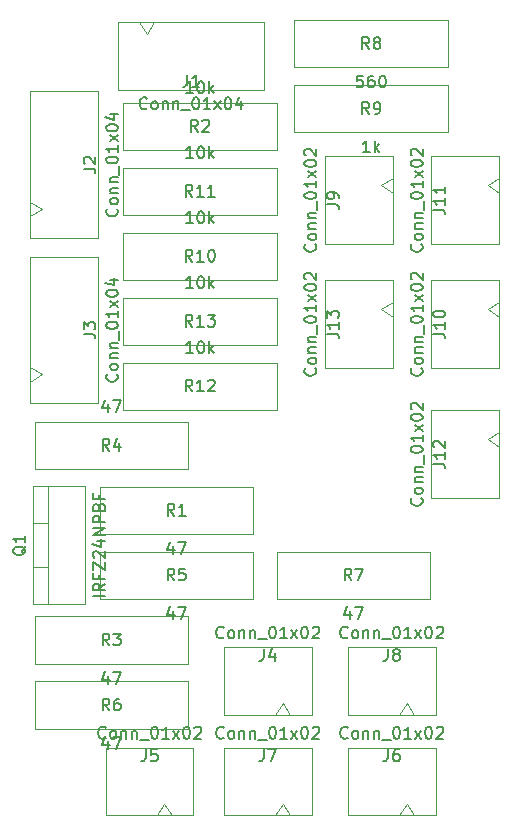
<source format=gbr>
%TF.GenerationSoftware,KiCad,Pcbnew,(6.0.7)*%
%TF.CreationDate,2022-08-05T13:32:27+01:00*%
%TF.ProjectId,ir_sensor,69725f73-656e-4736-9f72-2e6b69636164,rev?*%
%TF.SameCoordinates,Original*%
%TF.FileFunction,AssemblyDrawing,Top*%
%FSLAX46Y46*%
G04 Gerber Fmt 4.6, Leading zero omitted, Abs format (unit mm)*
G04 Created by KiCad (PCBNEW (6.0.7)) date 2022-08-05 13:32:27*
%MOMM*%
%LPD*%
G01*
G04 APERTURE LIST*
%ADD10C,0.150000*%
%ADD11C,0.100000*%
G04 APERTURE END LIST*
D10*
%TO.C,Q1*%
X90452380Y-76269523D02*
X89452380Y-76269523D01*
X90452380Y-75221904D02*
X89976190Y-75555238D01*
X90452380Y-75793333D02*
X89452380Y-75793333D01*
X89452380Y-75412380D01*
X89500000Y-75317142D01*
X89547619Y-75269523D01*
X89642857Y-75221904D01*
X89785714Y-75221904D01*
X89880952Y-75269523D01*
X89928571Y-75317142D01*
X89976190Y-75412380D01*
X89976190Y-75793333D01*
X89928571Y-74460000D02*
X89928571Y-74793333D01*
X90452380Y-74793333D02*
X89452380Y-74793333D01*
X89452380Y-74317142D01*
X89452380Y-74031428D02*
X89452380Y-73364761D01*
X90452380Y-74031428D01*
X90452380Y-73364761D01*
X89547619Y-73031428D02*
X89500000Y-72983809D01*
X89452380Y-72888571D01*
X89452380Y-72650476D01*
X89500000Y-72555238D01*
X89547619Y-72507619D01*
X89642857Y-72460000D01*
X89738095Y-72460000D01*
X89880952Y-72507619D01*
X90452380Y-73079047D01*
X90452380Y-72460000D01*
X89785714Y-71602857D02*
X90452380Y-71602857D01*
X89404761Y-71840952D02*
X90119047Y-72079047D01*
X90119047Y-71460000D01*
X90452380Y-71079047D02*
X89452380Y-71079047D01*
X90452380Y-70507619D01*
X89452380Y-70507619D01*
X90452380Y-70031428D02*
X89452380Y-70031428D01*
X89452380Y-69650476D01*
X89500000Y-69555238D01*
X89547619Y-69507619D01*
X89642857Y-69460000D01*
X89785714Y-69460000D01*
X89880952Y-69507619D01*
X89928571Y-69555238D01*
X89976190Y-69650476D01*
X89976190Y-70031428D01*
X89928571Y-68698095D02*
X89976190Y-68555238D01*
X90023809Y-68507619D01*
X90119047Y-68460000D01*
X90261904Y-68460000D01*
X90357142Y-68507619D01*
X90404761Y-68555238D01*
X90452380Y-68650476D01*
X90452380Y-69031428D01*
X89452380Y-69031428D01*
X89452380Y-68698095D01*
X89500000Y-68602857D01*
X89547619Y-68555238D01*
X89642857Y-68507619D01*
X89738095Y-68507619D01*
X89833333Y-68555238D01*
X89880952Y-68602857D01*
X89928571Y-68698095D01*
X89928571Y-69031428D01*
X89928571Y-67698095D02*
X89928571Y-68031428D01*
X90452380Y-68031428D02*
X89452380Y-68031428D01*
X89452380Y-67555238D01*
X83777619Y-72055238D02*
X83730000Y-72150476D01*
X83634761Y-72245714D01*
X83491904Y-72388571D01*
X83444285Y-72483809D01*
X83444285Y-72579047D01*
X83682380Y-72531428D02*
X83634761Y-72626666D01*
X83539523Y-72721904D01*
X83349047Y-72769523D01*
X83015714Y-72769523D01*
X82825238Y-72721904D01*
X82730000Y-72626666D01*
X82682380Y-72531428D01*
X82682380Y-72340952D01*
X82730000Y-72245714D01*
X82825238Y-72150476D01*
X83015714Y-72102857D01*
X83349047Y-72102857D01*
X83539523Y-72150476D01*
X83634761Y-72245714D01*
X83682380Y-72340952D01*
X83682380Y-72531428D01*
X83682380Y-71150476D02*
X83682380Y-71721904D01*
X83682380Y-71436190D02*
X82682380Y-71436190D01*
X82825238Y-71531428D01*
X82920476Y-71626666D01*
X82968095Y-71721904D01*
%TO.C,R13*%
X97904761Y-50202380D02*
X97333333Y-50202380D01*
X97619047Y-50202380D02*
X97619047Y-49202380D01*
X97523809Y-49345238D01*
X97428571Y-49440476D01*
X97333333Y-49488095D01*
X98523809Y-49202380D02*
X98619047Y-49202380D01*
X98714285Y-49250000D01*
X98761904Y-49297619D01*
X98809523Y-49392857D01*
X98857142Y-49583333D01*
X98857142Y-49821428D01*
X98809523Y-50011904D01*
X98761904Y-50107142D01*
X98714285Y-50154761D01*
X98619047Y-50202380D01*
X98523809Y-50202380D01*
X98428571Y-50154761D01*
X98380952Y-50107142D01*
X98333333Y-50011904D01*
X98285714Y-49821428D01*
X98285714Y-49583333D01*
X98333333Y-49392857D01*
X98380952Y-49297619D01*
X98428571Y-49250000D01*
X98523809Y-49202380D01*
X99285714Y-50202380D02*
X99285714Y-49202380D01*
X99380952Y-49821428D02*
X99666666Y-50202380D01*
X99666666Y-49535714D02*
X99285714Y-49916666D01*
X97857142Y-53452380D02*
X97523809Y-52976190D01*
X97285714Y-53452380D02*
X97285714Y-52452380D01*
X97666666Y-52452380D01*
X97761904Y-52500000D01*
X97809523Y-52547619D01*
X97857142Y-52642857D01*
X97857142Y-52785714D01*
X97809523Y-52880952D01*
X97761904Y-52928571D01*
X97666666Y-52976190D01*
X97285714Y-52976190D01*
X98809523Y-53452380D02*
X98238095Y-53452380D01*
X98523809Y-53452380D02*
X98523809Y-52452380D01*
X98428571Y-52595238D01*
X98333333Y-52690476D01*
X98238095Y-52738095D01*
X99142857Y-52452380D02*
X99761904Y-52452380D01*
X99428571Y-52833333D01*
X99571428Y-52833333D01*
X99666666Y-52880952D01*
X99714285Y-52928571D01*
X99761904Y-53023809D01*
X99761904Y-53261904D01*
X99714285Y-53357142D01*
X99666666Y-53404761D01*
X99571428Y-53452380D01*
X99285714Y-53452380D01*
X99190476Y-53404761D01*
X99142857Y-53357142D01*
%TO.C,R12*%
X97904761Y-55702380D02*
X97333333Y-55702380D01*
X97619047Y-55702380D02*
X97619047Y-54702380D01*
X97523809Y-54845238D01*
X97428571Y-54940476D01*
X97333333Y-54988095D01*
X98523809Y-54702380D02*
X98619047Y-54702380D01*
X98714285Y-54750000D01*
X98761904Y-54797619D01*
X98809523Y-54892857D01*
X98857142Y-55083333D01*
X98857142Y-55321428D01*
X98809523Y-55511904D01*
X98761904Y-55607142D01*
X98714285Y-55654761D01*
X98619047Y-55702380D01*
X98523809Y-55702380D01*
X98428571Y-55654761D01*
X98380952Y-55607142D01*
X98333333Y-55511904D01*
X98285714Y-55321428D01*
X98285714Y-55083333D01*
X98333333Y-54892857D01*
X98380952Y-54797619D01*
X98428571Y-54750000D01*
X98523809Y-54702380D01*
X99285714Y-55702380D02*
X99285714Y-54702380D01*
X99380952Y-55321428D02*
X99666666Y-55702380D01*
X99666666Y-55035714D02*
X99285714Y-55416666D01*
X97857142Y-58952380D02*
X97523809Y-58476190D01*
X97285714Y-58952380D02*
X97285714Y-57952380D01*
X97666666Y-57952380D01*
X97761904Y-58000000D01*
X97809523Y-58047619D01*
X97857142Y-58142857D01*
X97857142Y-58285714D01*
X97809523Y-58380952D01*
X97761904Y-58428571D01*
X97666666Y-58476190D01*
X97285714Y-58476190D01*
X98809523Y-58952380D02*
X98238095Y-58952380D01*
X98523809Y-58952380D02*
X98523809Y-57952380D01*
X98428571Y-58095238D01*
X98333333Y-58190476D01*
X98238095Y-58238095D01*
X99190476Y-58047619D02*
X99238095Y-58000000D01*
X99333333Y-57952380D01*
X99571428Y-57952380D01*
X99666666Y-58000000D01*
X99714285Y-58047619D01*
X99761904Y-58142857D01*
X99761904Y-58238095D01*
X99714285Y-58380952D01*
X99142857Y-58952380D01*
X99761904Y-58952380D01*
%TO.C,R11*%
X97904761Y-39202380D02*
X97333333Y-39202380D01*
X97619047Y-39202380D02*
X97619047Y-38202380D01*
X97523809Y-38345238D01*
X97428571Y-38440476D01*
X97333333Y-38488095D01*
X98523809Y-38202380D02*
X98619047Y-38202380D01*
X98714285Y-38250000D01*
X98761904Y-38297619D01*
X98809523Y-38392857D01*
X98857142Y-38583333D01*
X98857142Y-38821428D01*
X98809523Y-39011904D01*
X98761904Y-39107142D01*
X98714285Y-39154761D01*
X98619047Y-39202380D01*
X98523809Y-39202380D01*
X98428571Y-39154761D01*
X98380952Y-39107142D01*
X98333333Y-39011904D01*
X98285714Y-38821428D01*
X98285714Y-38583333D01*
X98333333Y-38392857D01*
X98380952Y-38297619D01*
X98428571Y-38250000D01*
X98523809Y-38202380D01*
X99285714Y-39202380D02*
X99285714Y-38202380D01*
X99380952Y-38821428D02*
X99666666Y-39202380D01*
X99666666Y-38535714D02*
X99285714Y-38916666D01*
X97857142Y-42452380D02*
X97523809Y-41976190D01*
X97285714Y-42452380D02*
X97285714Y-41452380D01*
X97666666Y-41452380D01*
X97761904Y-41500000D01*
X97809523Y-41547619D01*
X97857142Y-41642857D01*
X97857142Y-41785714D01*
X97809523Y-41880952D01*
X97761904Y-41928571D01*
X97666666Y-41976190D01*
X97285714Y-41976190D01*
X98809523Y-42452380D02*
X98238095Y-42452380D01*
X98523809Y-42452380D02*
X98523809Y-41452380D01*
X98428571Y-41595238D01*
X98333333Y-41690476D01*
X98238095Y-41738095D01*
X99761904Y-42452380D02*
X99190476Y-42452380D01*
X99476190Y-42452380D02*
X99476190Y-41452380D01*
X99380952Y-41595238D01*
X99285714Y-41690476D01*
X99190476Y-41738095D01*
%TO.C,R10*%
X97904761Y-44702380D02*
X97333333Y-44702380D01*
X97619047Y-44702380D02*
X97619047Y-43702380D01*
X97523809Y-43845238D01*
X97428571Y-43940476D01*
X97333333Y-43988095D01*
X98523809Y-43702380D02*
X98619047Y-43702380D01*
X98714285Y-43750000D01*
X98761904Y-43797619D01*
X98809523Y-43892857D01*
X98857142Y-44083333D01*
X98857142Y-44321428D01*
X98809523Y-44511904D01*
X98761904Y-44607142D01*
X98714285Y-44654761D01*
X98619047Y-44702380D01*
X98523809Y-44702380D01*
X98428571Y-44654761D01*
X98380952Y-44607142D01*
X98333333Y-44511904D01*
X98285714Y-44321428D01*
X98285714Y-44083333D01*
X98333333Y-43892857D01*
X98380952Y-43797619D01*
X98428571Y-43750000D01*
X98523809Y-43702380D01*
X99285714Y-44702380D02*
X99285714Y-43702380D01*
X99380952Y-44321428D02*
X99666666Y-44702380D01*
X99666666Y-44035714D02*
X99285714Y-44416666D01*
X97857142Y-47952380D02*
X97523809Y-47476190D01*
X97285714Y-47952380D02*
X97285714Y-46952380D01*
X97666666Y-46952380D01*
X97761904Y-47000000D01*
X97809523Y-47047619D01*
X97857142Y-47142857D01*
X97857142Y-47285714D01*
X97809523Y-47380952D01*
X97761904Y-47428571D01*
X97666666Y-47476190D01*
X97285714Y-47476190D01*
X98809523Y-47952380D02*
X98238095Y-47952380D01*
X98523809Y-47952380D02*
X98523809Y-46952380D01*
X98428571Y-47095238D01*
X98333333Y-47190476D01*
X98238095Y-47238095D01*
X99428571Y-46952380D02*
X99523809Y-46952380D01*
X99619047Y-47000000D01*
X99666666Y-47047619D01*
X99714285Y-47142857D01*
X99761904Y-47333333D01*
X99761904Y-47571428D01*
X99714285Y-47761904D01*
X99666666Y-47857142D01*
X99619047Y-47904761D01*
X99523809Y-47952380D01*
X99428571Y-47952380D01*
X99333333Y-47904761D01*
X99285714Y-47857142D01*
X99238095Y-47761904D01*
X99190476Y-47571428D01*
X99190476Y-47333333D01*
X99238095Y-47142857D01*
X99285714Y-47047619D01*
X99333333Y-47000000D01*
X99428571Y-46952380D01*
%TO.C,R9*%
X112880952Y-38702380D02*
X112309523Y-38702380D01*
X112595238Y-38702380D02*
X112595238Y-37702380D01*
X112500000Y-37845238D01*
X112404761Y-37940476D01*
X112309523Y-37988095D01*
X113309523Y-38702380D02*
X113309523Y-37702380D01*
X113404761Y-38321428D02*
X113690476Y-38702380D01*
X113690476Y-38035714D02*
X113309523Y-38416666D01*
X112833333Y-35452380D02*
X112500000Y-34976190D01*
X112261904Y-35452380D02*
X112261904Y-34452380D01*
X112642857Y-34452380D01*
X112738095Y-34500000D01*
X112785714Y-34547619D01*
X112833333Y-34642857D01*
X112833333Y-34785714D01*
X112785714Y-34880952D01*
X112738095Y-34928571D01*
X112642857Y-34976190D01*
X112261904Y-34976190D01*
X113309523Y-35452380D02*
X113500000Y-35452380D01*
X113595238Y-35404761D01*
X113642857Y-35357142D01*
X113738095Y-35214285D01*
X113785714Y-35023809D01*
X113785714Y-34642857D01*
X113738095Y-34547619D01*
X113690476Y-34500000D01*
X113595238Y-34452380D01*
X113404761Y-34452380D01*
X113309523Y-34500000D01*
X113261904Y-34547619D01*
X113214285Y-34642857D01*
X113214285Y-34880952D01*
X113261904Y-34976190D01*
X113309523Y-35023809D01*
X113404761Y-35071428D01*
X113595238Y-35071428D01*
X113690476Y-35023809D01*
X113738095Y-34976190D01*
X113785714Y-34880952D01*
%TO.C,R8*%
X112285714Y-32202380D02*
X111809523Y-32202380D01*
X111761904Y-32678571D01*
X111809523Y-32630952D01*
X111904761Y-32583333D01*
X112142857Y-32583333D01*
X112238095Y-32630952D01*
X112285714Y-32678571D01*
X112333333Y-32773809D01*
X112333333Y-33011904D01*
X112285714Y-33107142D01*
X112238095Y-33154761D01*
X112142857Y-33202380D01*
X111904761Y-33202380D01*
X111809523Y-33154761D01*
X111761904Y-33107142D01*
X113190476Y-32202380D02*
X113000000Y-32202380D01*
X112904761Y-32250000D01*
X112857142Y-32297619D01*
X112761904Y-32440476D01*
X112714285Y-32630952D01*
X112714285Y-33011904D01*
X112761904Y-33107142D01*
X112809523Y-33154761D01*
X112904761Y-33202380D01*
X113095238Y-33202380D01*
X113190476Y-33154761D01*
X113238095Y-33107142D01*
X113285714Y-33011904D01*
X113285714Y-32773809D01*
X113238095Y-32678571D01*
X113190476Y-32630952D01*
X113095238Y-32583333D01*
X112904761Y-32583333D01*
X112809523Y-32630952D01*
X112761904Y-32678571D01*
X112714285Y-32773809D01*
X113904761Y-32202380D02*
X114000000Y-32202380D01*
X114095238Y-32250000D01*
X114142857Y-32297619D01*
X114190476Y-32392857D01*
X114238095Y-32583333D01*
X114238095Y-32821428D01*
X114190476Y-33011904D01*
X114142857Y-33107142D01*
X114095238Y-33154761D01*
X114000000Y-33202380D01*
X113904761Y-33202380D01*
X113809523Y-33154761D01*
X113761904Y-33107142D01*
X113714285Y-33011904D01*
X113666666Y-32821428D01*
X113666666Y-32583333D01*
X113714285Y-32392857D01*
X113761904Y-32297619D01*
X113809523Y-32250000D01*
X113904761Y-32202380D01*
X112833333Y-29952380D02*
X112500000Y-29476190D01*
X112261904Y-29952380D02*
X112261904Y-28952380D01*
X112642857Y-28952380D01*
X112738095Y-29000000D01*
X112785714Y-29047619D01*
X112833333Y-29142857D01*
X112833333Y-29285714D01*
X112785714Y-29380952D01*
X112738095Y-29428571D01*
X112642857Y-29476190D01*
X112261904Y-29476190D01*
X113404761Y-29380952D02*
X113309523Y-29333333D01*
X113261904Y-29285714D01*
X113214285Y-29190476D01*
X113214285Y-29142857D01*
X113261904Y-29047619D01*
X113309523Y-29000000D01*
X113404761Y-28952380D01*
X113595238Y-28952380D01*
X113690476Y-29000000D01*
X113738095Y-29047619D01*
X113785714Y-29142857D01*
X113785714Y-29190476D01*
X113738095Y-29285714D01*
X113690476Y-29333333D01*
X113595238Y-29380952D01*
X113404761Y-29380952D01*
X113309523Y-29428571D01*
X113261904Y-29476190D01*
X113214285Y-29571428D01*
X113214285Y-29761904D01*
X113261904Y-29857142D01*
X113309523Y-29904761D01*
X113404761Y-29952380D01*
X113595238Y-29952380D01*
X113690476Y-29904761D01*
X113738095Y-29857142D01*
X113785714Y-29761904D01*
X113785714Y-29571428D01*
X113738095Y-29476190D01*
X113690476Y-29428571D01*
X113595238Y-29380952D01*
%TO.C,R7*%
X111214285Y-77535714D02*
X111214285Y-78202380D01*
X110976190Y-77154761D02*
X110738095Y-77869047D01*
X111357142Y-77869047D01*
X111642857Y-77202380D02*
X112309523Y-77202380D01*
X111880952Y-78202380D01*
X111333333Y-74952380D02*
X111000000Y-74476190D01*
X110761904Y-74952380D02*
X110761904Y-73952380D01*
X111142857Y-73952380D01*
X111238095Y-74000000D01*
X111285714Y-74047619D01*
X111333333Y-74142857D01*
X111333333Y-74285714D01*
X111285714Y-74380952D01*
X111238095Y-74428571D01*
X111142857Y-74476190D01*
X110761904Y-74476190D01*
X111666666Y-73952380D02*
X112333333Y-73952380D01*
X111904761Y-74952380D01*
%TO.C,R6*%
X90714285Y-88535714D02*
X90714285Y-89202380D01*
X90476190Y-88154761D02*
X90238095Y-88869047D01*
X90857142Y-88869047D01*
X91142857Y-88202380D02*
X91809523Y-88202380D01*
X91380952Y-89202380D01*
X90833333Y-85952380D02*
X90500000Y-85476190D01*
X90261904Y-85952380D02*
X90261904Y-84952380D01*
X90642857Y-84952380D01*
X90738095Y-85000000D01*
X90785714Y-85047619D01*
X90833333Y-85142857D01*
X90833333Y-85285714D01*
X90785714Y-85380952D01*
X90738095Y-85428571D01*
X90642857Y-85476190D01*
X90261904Y-85476190D01*
X91690476Y-84952380D02*
X91500000Y-84952380D01*
X91404761Y-85000000D01*
X91357142Y-85047619D01*
X91261904Y-85190476D01*
X91214285Y-85380952D01*
X91214285Y-85761904D01*
X91261904Y-85857142D01*
X91309523Y-85904761D01*
X91404761Y-85952380D01*
X91595238Y-85952380D01*
X91690476Y-85904761D01*
X91738095Y-85857142D01*
X91785714Y-85761904D01*
X91785714Y-85523809D01*
X91738095Y-85428571D01*
X91690476Y-85380952D01*
X91595238Y-85333333D01*
X91404761Y-85333333D01*
X91309523Y-85380952D01*
X91261904Y-85428571D01*
X91214285Y-85523809D01*
%TO.C,R5*%
X96214285Y-77535714D02*
X96214285Y-78202380D01*
X95976190Y-77154761D02*
X95738095Y-77869047D01*
X96357142Y-77869047D01*
X96642857Y-77202380D02*
X97309523Y-77202380D01*
X96880952Y-78202380D01*
X96333333Y-74952380D02*
X96000000Y-74476190D01*
X95761904Y-74952380D02*
X95761904Y-73952380D01*
X96142857Y-73952380D01*
X96238095Y-74000000D01*
X96285714Y-74047619D01*
X96333333Y-74142857D01*
X96333333Y-74285714D01*
X96285714Y-74380952D01*
X96238095Y-74428571D01*
X96142857Y-74476190D01*
X95761904Y-74476190D01*
X97238095Y-73952380D02*
X96761904Y-73952380D01*
X96714285Y-74428571D01*
X96761904Y-74380952D01*
X96857142Y-74333333D01*
X97095238Y-74333333D01*
X97190476Y-74380952D01*
X97238095Y-74428571D01*
X97285714Y-74523809D01*
X97285714Y-74761904D01*
X97238095Y-74857142D01*
X97190476Y-74904761D01*
X97095238Y-74952380D01*
X96857142Y-74952380D01*
X96761904Y-74904761D01*
X96714285Y-74857142D01*
%TO.C,R4*%
X90714285Y-60035714D02*
X90714285Y-60702380D01*
X90476190Y-59654761D02*
X90238095Y-60369047D01*
X90857142Y-60369047D01*
X91142857Y-59702380D02*
X91809523Y-59702380D01*
X91380952Y-60702380D01*
X90833333Y-63952380D02*
X90500000Y-63476190D01*
X90261904Y-63952380D02*
X90261904Y-62952380D01*
X90642857Y-62952380D01*
X90738095Y-63000000D01*
X90785714Y-63047619D01*
X90833333Y-63142857D01*
X90833333Y-63285714D01*
X90785714Y-63380952D01*
X90738095Y-63428571D01*
X90642857Y-63476190D01*
X90261904Y-63476190D01*
X91690476Y-63285714D02*
X91690476Y-63952380D01*
X91452380Y-62904761D02*
X91214285Y-63619047D01*
X91833333Y-63619047D01*
%TO.C,R3*%
X90714285Y-83035714D02*
X90714285Y-83702380D01*
X90476190Y-82654761D02*
X90238095Y-83369047D01*
X90857142Y-83369047D01*
X91142857Y-82702380D02*
X91809523Y-82702380D01*
X91380952Y-83702380D01*
X90833333Y-80452380D02*
X90500000Y-79976190D01*
X90261904Y-80452380D02*
X90261904Y-79452380D01*
X90642857Y-79452380D01*
X90738095Y-79500000D01*
X90785714Y-79547619D01*
X90833333Y-79642857D01*
X90833333Y-79785714D01*
X90785714Y-79880952D01*
X90738095Y-79928571D01*
X90642857Y-79976190D01*
X90261904Y-79976190D01*
X91166666Y-79452380D02*
X91785714Y-79452380D01*
X91452380Y-79833333D01*
X91595238Y-79833333D01*
X91690476Y-79880952D01*
X91738095Y-79928571D01*
X91785714Y-80023809D01*
X91785714Y-80261904D01*
X91738095Y-80357142D01*
X91690476Y-80404761D01*
X91595238Y-80452380D01*
X91309523Y-80452380D01*
X91214285Y-80404761D01*
X91166666Y-80357142D01*
%TO.C,J13*%
X108257142Y-56988095D02*
X108304761Y-57035714D01*
X108352380Y-57178571D01*
X108352380Y-57273809D01*
X108304761Y-57416666D01*
X108209523Y-57511904D01*
X108114285Y-57559523D01*
X107923809Y-57607142D01*
X107780952Y-57607142D01*
X107590476Y-57559523D01*
X107495238Y-57511904D01*
X107400000Y-57416666D01*
X107352380Y-57273809D01*
X107352380Y-57178571D01*
X107400000Y-57035714D01*
X107447619Y-56988095D01*
X108352380Y-56416666D02*
X108304761Y-56511904D01*
X108257142Y-56559523D01*
X108161904Y-56607142D01*
X107876190Y-56607142D01*
X107780952Y-56559523D01*
X107733333Y-56511904D01*
X107685714Y-56416666D01*
X107685714Y-56273809D01*
X107733333Y-56178571D01*
X107780952Y-56130952D01*
X107876190Y-56083333D01*
X108161904Y-56083333D01*
X108257142Y-56130952D01*
X108304761Y-56178571D01*
X108352380Y-56273809D01*
X108352380Y-56416666D01*
X107685714Y-55654761D02*
X108352380Y-55654761D01*
X107780952Y-55654761D02*
X107733333Y-55607142D01*
X107685714Y-55511904D01*
X107685714Y-55369047D01*
X107733333Y-55273809D01*
X107828571Y-55226190D01*
X108352380Y-55226190D01*
X107685714Y-54750000D02*
X108352380Y-54750000D01*
X107780952Y-54750000D02*
X107733333Y-54702380D01*
X107685714Y-54607142D01*
X107685714Y-54464285D01*
X107733333Y-54369047D01*
X107828571Y-54321428D01*
X108352380Y-54321428D01*
X108447619Y-54083333D02*
X108447619Y-53321428D01*
X107352380Y-52892857D02*
X107352380Y-52797619D01*
X107400000Y-52702380D01*
X107447619Y-52654761D01*
X107542857Y-52607142D01*
X107733333Y-52559523D01*
X107971428Y-52559523D01*
X108161904Y-52607142D01*
X108257142Y-52654761D01*
X108304761Y-52702380D01*
X108352380Y-52797619D01*
X108352380Y-52892857D01*
X108304761Y-52988095D01*
X108257142Y-53035714D01*
X108161904Y-53083333D01*
X107971428Y-53130952D01*
X107733333Y-53130952D01*
X107542857Y-53083333D01*
X107447619Y-53035714D01*
X107400000Y-52988095D01*
X107352380Y-52892857D01*
X108352380Y-51607142D02*
X108352380Y-52178571D01*
X108352380Y-51892857D02*
X107352380Y-51892857D01*
X107495238Y-51988095D01*
X107590476Y-52083333D01*
X107638095Y-52178571D01*
X108352380Y-51273809D02*
X107685714Y-50750000D01*
X107685714Y-51273809D02*
X108352380Y-50750000D01*
X107352380Y-50178571D02*
X107352380Y-50083333D01*
X107400000Y-49988095D01*
X107447619Y-49940476D01*
X107542857Y-49892857D01*
X107733333Y-49845238D01*
X107971428Y-49845238D01*
X108161904Y-49892857D01*
X108257142Y-49940476D01*
X108304761Y-49988095D01*
X108352380Y-50083333D01*
X108352380Y-50178571D01*
X108304761Y-50273809D01*
X108257142Y-50321428D01*
X108161904Y-50369047D01*
X107971428Y-50416666D01*
X107733333Y-50416666D01*
X107542857Y-50369047D01*
X107447619Y-50321428D01*
X107400000Y-50273809D01*
X107352380Y-50178571D01*
X107447619Y-49464285D02*
X107400000Y-49416666D01*
X107352380Y-49321428D01*
X107352380Y-49083333D01*
X107400000Y-48988095D01*
X107447619Y-48940476D01*
X107542857Y-48892857D01*
X107638095Y-48892857D01*
X107780952Y-48940476D01*
X108352380Y-49511904D01*
X108352380Y-48892857D01*
X109252380Y-54059523D02*
X109966666Y-54059523D01*
X110109523Y-54107142D01*
X110204761Y-54202380D01*
X110252380Y-54345238D01*
X110252380Y-54440476D01*
X110252380Y-53059523D02*
X110252380Y-53630952D01*
X110252380Y-53345238D02*
X109252380Y-53345238D01*
X109395238Y-53440476D01*
X109490476Y-53535714D01*
X109538095Y-53630952D01*
X109252380Y-52726190D02*
X109252380Y-52107142D01*
X109633333Y-52440476D01*
X109633333Y-52297619D01*
X109680952Y-52202380D01*
X109728571Y-52154761D01*
X109823809Y-52107142D01*
X110061904Y-52107142D01*
X110157142Y-52154761D01*
X110204761Y-52202380D01*
X110252380Y-52297619D01*
X110252380Y-52583333D01*
X110204761Y-52678571D01*
X110157142Y-52726190D01*
%TO.C,J12*%
X117257142Y-67988095D02*
X117304761Y-68035714D01*
X117352380Y-68178571D01*
X117352380Y-68273809D01*
X117304761Y-68416666D01*
X117209523Y-68511904D01*
X117114285Y-68559523D01*
X116923809Y-68607142D01*
X116780952Y-68607142D01*
X116590476Y-68559523D01*
X116495238Y-68511904D01*
X116400000Y-68416666D01*
X116352380Y-68273809D01*
X116352380Y-68178571D01*
X116400000Y-68035714D01*
X116447619Y-67988095D01*
X117352380Y-67416666D02*
X117304761Y-67511904D01*
X117257142Y-67559523D01*
X117161904Y-67607142D01*
X116876190Y-67607142D01*
X116780952Y-67559523D01*
X116733333Y-67511904D01*
X116685714Y-67416666D01*
X116685714Y-67273809D01*
X116733333Y-67178571D01*
X116780952Y-67130952D01*
X116876190Y-67083333D01*
X117161904Y-67083333D01*
X117257142Y-67130952D01*
X117304761Y-67178571D01*
X117352380Y-67273809D01*
X117352380Y-67416666D01*
X116685714Y-66654761D02*
X117352380Y-66654761D01*
X116780952Y-66654761D02*
X116733333Y-66607142D01*
X116685714Y-66511904D01*
X116685714Y-66369047D01*
X116733333Y-66273809D01*
X116828571Y-66226190D01*
X117352380Y-66226190D01*
X116685714Y-65750000D02*
X117352380Y-65750000D01*
X116780952Y-65750000D02*
X116733333Y-65702380D01*
X116685714Y-65607142D01*
X116685714Y-65464285D01*
X116733333Y-65369047D01*
X116828571Y-65321428D01*
X117352380Y-65321428D01*
X117447619Y-65083333D02*
X117447619Y-64321428D01*
X116352380Y-63892857D02*
X116352380Y-63797619D01*
X116400000Y-63702380D01*
X116447619Y-63654761D01*
X116542857Y-63607142D01*
X116733333Y-63559523D01*
X116971428Y-63559523D01*
X117161904Y-63607142D01*
X117257142Y-63654761D01*
X117304761Y-63702380D01*
X117352380Y-63797619D01*
X117352380Y-63892857D01*
X117304761Y-63988095D01*
X117257142Y-64035714D01*
X117161904Y-64083333D01*
X116971428Y-64130952D01*
X116733333Y-64130952D01*
X116542857Y-64083333D01*
X116447619Y-64035714D01*
X116400000Y-63988095D01*
X116352380Y-63892857D01*
X117352380Y-62607142D02*
X117352380Y-63178571D01*
X117352380Y-62892857D02*
X116352380Y-62892857D01*
X116495238Y-62988095D01*
X116590476Y-63083333D01*
X116638095Y-63178571D01*
X117352380Y-62273809D02*
X116685714Y-61750000D01*
X116685714Y-62273809D02*
X117352380Y-61750000D01*
X116352380Y-61178571D02*
X116352380Y-61083333D01*
X116400000Y-60988095D01*
X116447619Y-60940476D01*
X116542857Y-60892857D01*
X116733333Y-60845238D01*
X116971428Y-60845238D01*
X117161904Y-60892857D01*
X117257142Y-60940476D01*
X117304761Y-60988095D01*
X117352380Y-61083333D01*
X117352380Y-61178571D01*
X117304761Y-61273809D01*
X117257142Y-61321428D01*
X117161904Y-61369047D01*
X116971428Y-61416666D01*
X116733333Y-61416666D01*
X116542857Y-61369047D01*
X116447619Y-61321428D01*
X116400000Y-61273809D01*
X116352380Y-61178571D01*
X116447619Y-60464285D02*
X116400000Y-60416666D01*
X116352380Y-60321428D01*
X116352380Y-60083333D01*
X116400000Y-59988095D01*
X116447619Y-59940476D01*
X116542857Y-59892857D01*
X116638095Y-59892857D01*
X116780952Y-59940476D01*
X117352380Y-60511904D01*
X117352380Y-59892857D01*
X118252380Y-65059523D02*
X118966666Y-65059523D01*
X119109523Y-65107142D01*
X119204761Y-65202380D01*
X119252380Y-65345238D01*
X119252380Y-65440476D01*
X119252380Y-64059523D02*
X119252380Y-64630952D01*
X119252380Y-64345238D02*
X118252380Y-64345238D01*
X118395238Y-64440476D01*
X118490476Y-64535714D01*
X118538095Y-64630952D01*
X118347619Y-63678571D02*
X118300000Y-63630952D01*
X118252380Y-63535714D01*
X118252380Y-63297619D01*
X118300000Y-63202380D01*
X118347619Y-63154761D01*
X118442857Y-63107142D01*
X118538095Y-63107142D01*
X118680952Y-63154761D01*
X119252380Y-63726190D01*
X119252380Y-63107142D01*
%TO.C,J11*%
X117257142Y-46488095D02*
X117304761Y-46535714D01*
X117352380Y-46678571D01*
X117352380Y-46773809D01*
X117304761Y-46916666D01*
X117209523Y-47011904D01*
X117114285Y-47059523D01*
X116923809Y-47107142D01*
X116780952Y-47107142D01*
X116590476Y-47059523D01*
X116495238Y-47011904D01*
X116400000Y-46916666D01*
X116352380Y-46773809D01*
X116352380Y-46678571D01*
X116400000Y-46535714D01*
X116447619Y-46488095D01*
X117352380Y-45916666D02*
X117304761Y-46011904D01*
X117257142Y-46059523D01*
X117161904Y-46107142D01*
X116876190Y-46107142D01*
X116780952Y-46059523D01*
X116733333Y-46011904D01*
X116685714Y-45916666D01*
X116685714Y-45773809D01*
X116733333Y-45678571D01*
X116780952Y-45630952D01*
X116876190Y-45583333D01*
X117161904Y-45583333D01*
X117257142Y-45630952D01*
X117304761Y-45678571D01*
X117352380Y-45773809D01*
X117352380Y-45916666D01*
X116685714Y-45154761D02*
X117352380Y-45154761D01*
X116780952Y-45154761D02*
X116733333Y-45107142D01*
X116685714Y-45011904D01*
X116685714Y-44869047D01*
X116733333Y-44773809D01*
X116828571Y-44726190D01*
X117352380Y-44726190D01*
X116685714Y-44250000D02*
X117352380Y-44250000D01*
X116780952Y-44250000D02*
X116733333Y-44202380D01*
X116685714Y-44107142D01*
X116685714Y-43964285D01*
X116733333Y-43869047D01*
X116828571Y-43821428D01*
X117352380Y-43821428D01*
X117447619Y-43583333D02*
X117447619Y-42821428D01*
X116352380Y-42392857D02*
X116352380Y-42297619D01*
X116400000Y-42202380D01*
X116447619Y-42154761D01*
X116542857Y-42107142D01*
X116733333Y-42059523D01*
X116971428Y-42059523D01*
X117161904Y-42107142D01*
X117257142Y-42154761D01*
X117304761Y-42202380D01*
X117352380Y-42297619D01*
X117352380Y-42392857D01*
X117304761Y-42488095D01*
X117257142Y-42535714D01*
X117161904Y-42583333D01*
X116971428Y-42630952D01*
X116733333Y-42630952D01*
X116542857Y-42583333D01*
X116447619Y-42535714D01*
X116400000Y-42488095D01*
X116352380Y-42392857D01*
X117352380Y-41107142D02*
X117352380Y-41678571D01*
X117352380Y-41392857D02*
X116352380Y-41392857D01*
X116495238Y-41488095D01*
X116590476Y-41583333D01*
X116638095Y-41678571D01*
X117352380Y-40773809D02*
X116685714Y-40250000D01*
X116685714Y-40773809D02*
X117352380Y-40250000D01*
X116352380Y-39678571D02*
X116352380Y-39583333D01*
X116400000Y-39488095D01*
X116447619Y-39440476D01*
X116542857Y-39392857D01*
X116733333Y-39345238D01*
X116971428Y-39345238D01*
X117161904Y-39392857D01*
X117257142Y-39440476D01*
X117304761Y-39488095D01*
X117352380Y-39583333D01*
X117352380Y-39678571D01*
X117304761Y-39773809D01*
X117257142Y-39821428D01*
X117161904Y-39869047D01*
X116971428Y-39916666D01*
X116733333Y-39916666D01*
X116542857Y-39869047D01*
X116447619Y-39821428D01*
X116400000Y-39773809D01*
X116352380Y-39678571D01*
X116447619Y-38964285D02*
X116400000Y-38916666D01*
X116352380Y-38821428D01*
X116352380Y-38583333D01*
X116400000Y-38488095D01*
X116447619Y-38440476D01*
X116542857Y-38392857D01*
X116638095Y-38392857D01*
X116780952Y-38440476D01*
X117352380Y-39011904D01*
X117352380Y-38392857D01*
X118252380Y-43559523D02*
X118966666Y-43559523D01*
X119109523Y-43607142D01*
X119204761Y-43702380D01*
X119252380Y-43845238D01*
X119252380Y-43940476D01*
X119252380Y-42559523D02*
X119252380Y-43130952D01*
X119252380Y-42845238D02*
X118252380Y-42845238D01*
X118395238Y-42940476D01*
X118490476Y-43035714D01*
X118538095Y-43130952D01*
X119252380Y-41607142D02*
X119252380Y-42178571D01*
X119252380Y-41892857D02*
X118252380Y-41892857D01*
X118395238Y-41988095D01*
X118490476Y-42083333D01*
X118538095Y-42178571D01*
%TO.C,J10*%
X117257142Y-56988095D02*
X117304761Y-57035714D01*
X117352380Y-57178571D01*
X117352380Y-57273809D01*
X117304761Y-57416666D01*
X117209523Y-57511904D01*
X117114285Y-57559523D01*
X116923809Y-57607142D01*
X116780952Y-57607142D01*
X116590476Y-57559523D01*
X116495238Y-57511904D01*
X116400000Y-57416666D01*
X116352380Y-57273809D01*
X116352380Y-57178571D01*
X116400000Y-57035714D01*
X116447619Y-56988095D01*
X117352380Y-56416666D02*
X117304761Y-56511904D01*
X117257142Y-56559523D01*
X117161904Y-56607142D01*
X116876190Y-56607142D01*
X116780952Y-56559523D01*
X116733333Y-56511904D01*
X116685714Y-56416666D01*
X116685714Y-56273809D01*
X116733333Y-56178571D01*
X116780952Y-56130952D01*
X116876190Y-56083333D01*
X117161904Y-56083333D01*
X117257142Y-56130952D01*
X117304761Y-56178571D01*
X117352380Y-56273809D01*
X117352380Y-56416666D01*
X116685714Y-55654761D02*
X117352380Y-55654761D01*
X116780952Y-55654761D02*
X116733333Y-55607142D01*
X116685714Y-55511904D01*
X116685714Y-55369047D01*
X116733333Y-55273809D01*
X116828571Y-55226190D01*
X117352380Y-55226190D01*
X116685714Y-54750000D02*
X117352380Y-54750000D01*
X116780952Y-54750000D02*
X116733333Y-54702380D01*
X116685714Y-54607142D01*
X116685714Y-54464285D01*
X116733333Y-54369047D01*
X116828571Y-54321428D01*
X117352380Y-54321428D01*
X117447619Y-54083333D02*
X117447619Y-53321428D01*
X116352380Y-52892857D02*
X116352380Y-52797619D01*
X116400000Y-52702380D01*
X116447619Y-52654761D01*
X116542857Y-52607142D01*
X116733333Y-52559523D01*
X116971428Y-52559523D01*
X117161904Y-52607142D01*
X117257142Y-52654761D01*
X117304761Y-52702380D01*
X117352380Y-52797619D01*
X117352380Y-52892857D01*
X117304761Y-52988095D01*
X117257142Y-53035714D01*
X117161904Y-53083333D01*
X116971428Y-53130952D01*
X116733333Y-53130952D01*
X116542857Y-53083333D01*
X116447619Y-53035714D01*
X116400000Y-52988095D01*
X116352380Y-52892857D01*
X117352380Y-51607142D02*
X117352380Y-52178571D01*
X117352380Y-51892857D02*
X116352380Y-51892857D01*
X116495238Y-51988095D01*
X116590476Y-52083333D01*
X116638095Y-52178571D01*
X117352380Y-51273809D02*
X116685714Y-50750000D01*
X116685714Y-51273809D02*
X117352380Y-50750000D01*
X116352380Y-50178571D02*
X116352380Y-50083333D01*
X116400000Y-49988095D01*
X116447619Y-49940476D01*
X116542857Y-49892857D01*
X116733333Y-49845238D01*
X116971428Y-49845238D01*
X117161904Y-49892857D01*
X117257142Y-49940476D01*
X117304761Y-49988095D01*
X117352380Y-50083333D01*
X117352380Y-50178571D01*
X117304761Y-50273809D01*
X117257142Y-50321428D01*
X117161904Y-50369047D01*
X116971428Y-50416666D01*
X116733333Y-50416666D01*
X116542857Y-50369047D01*
X116447619Y-50321428D01*
X116400000Y-50273809D01*
X116352380Y-50178571D01*
X116447619Y-49464285D02*
X116400000Y-49416666D01*
X116352380Y-49321428D01*
X116352380Y-49083333D01*
X116400000Y-48988095D01*
X116447619Y-48940476D01*
X116542857Y-48892857D01*
X116638095Y-48892857D01*
X116780952Y-48940476D01*
X117352380Y-49511904D01*
X117352380Y-48892857D01*
X118252380Y-54059523D02*
X118966666Y-54059523D01*
X119109523Y-54107142D01*
X119204761Y-54202380D01*
X119252380Y-54345238D01*
X119252380Y-54440476D01*
X119252380Y-53059523D02*
X119252380Y-53630952D01*
X119252380Y-53345238D02*
X118252380Y-53345238D01*
X118395238Y-53440476D01*
X118490476Y-53535714D01*
X118538095Y-53630952D01*
X118252380Y-52440476D02*
X118252380Y-52345238D01*
X118300000Y-52250000D01*
X118347619Y-52202380D01*
X118442857Y-52154761D01*
X118633333Y-52107142D01*
X118871428Y-52107142D01*
X119061904Y-52154761D01*
X119157142Y-52202380D01*
X119204761Y-52250000D01*
X119252380Y-52345238D01*
X119252380Y-52440476D01*
X119204761Y-52535714D01*
X119157142Y-52583333D01*
X119061904Y-52630952D01*
X118871428Y-52678571D01*
X118633333Y-52678571D01*
X118442857Y-52630952D01*
X118347619Y-52583333D01*
X118300000Y-52535714D01*
X118252380Y-52440476D01*
%TO.C,J9*%
X108257142Y-46488095D02*
X108304761Y-46535714D01*
X108352380Y-46678571D01*
X108352380Y-46773809D01*
X108304761Y-46916666D01*
X108209523Y-47011904D01*
X108114285Y-47059523D01*
X107923809Y-47107142D01*
X107780952Y-47107142D01*
X107590476Y-47059523D01*
X107495238Y-47011904D01*
X107400000Y-46916666D01*
X107352380Y-46773809D01*
X107352380Y-46678571D01*
X107400000Y-46535714D01*
X107447619Y-46488095D01*
X108352380Y-45916666D02*
X108304761Y-46011904D01*
X108257142Y-46059523D01*
X108161904Y-46107142D01*
X107876190Y-46107142D01*
X107780952Y-46059523D01*
X107733333Y-46011904D01*
X107685714Y-45916666D01*
X107685714Y-45773809D01*
X107733333Y-45678571D01*
X107780952Y-45630952D01*
X107876190Y-45583333D01*
X108161904Y-45583333D01*
X108257142Y-45630952D01*
X108304761Y-45678571D01*
X108352380Y-45773809D01*
X108352380Y-45916666D01*
X107685714Y-45154761D02*
X108352380Y-45154761D01*
X107780952Y-45154761D02*
X107733333Y-45107142D01*
X107685714Y-45011904D01*
X107685714Y-44869047D01*
X107733333Y-44773809D01*
X107828571Y-44726190D01*
X108352380Y-44726190D01*
X107685714Y-44250000D02*
X108352380Y-44250000D01*
X107780952Y-44250000D02*
X107733333Y-44202380D01*
X107685714Y-44107142D01*
X107685714Y-43964285D01*
X107733333Y-43869047D01*
X107828571Y-43821428D01*
X108352380Y-43821428D01*
X108447619Y-43583333D02*
X108447619Y-42821428D01*
X107352380Y-42392857D02*
X107352380Y-42297619D01*
X107400000Y-42202380D01*
X107447619Y-42154761D01*
X107542857Y-42107142D01*
X107733333Y-42059523D01*
X107971428Y-42059523D01*
X108161904Y-42107142D01*
X108257142Y-42154761D01*
X108304761Y-42202380D01*
X108352380Y-42297619D01*
X108352380Y-42392857D01*
X108304761Y-42488095D01*
X108257142Y-42535714D01*
X108161904Y-42583333D01*
X107971428Y-42630952D01*
X107733333Y-42630952D01*
X107542857Y-42583333D01*
X107447619Y-42535714D01*
X107400000Y-42488095D01*
X107352380Y-42392857D01*
X108352380Y-41107142D02*
X108352380Y-41678571D01*
X108352380Y-41392857D02*
X107352380Y-41392857D01*
X107495238Y-41488095D01*
X107590476Y-41583333D01*
X107638095Y-41678571D01*
X108352380Y-40773809D02*
X107685714Y-40250000D01*
X107685714Y-40773809D02*
X108352380Y-40250000D01*
X107352380Y-39678571D02*
X107352380Y-39583333D01*
X107400000Y-39488095D01*
X107447619Y-39440476D01*
X107542857Y-39392857D01*
X107733333Y-39345238D01*
X107971428Y-39345238D01*
X108161904Y-39392857D01*
X108257142Y-39440476D01*
X108304761Y-39488095D01*
X108352380Y-39583333D01*
X108352380Y-39678571D01*
X108304761Y-39773809D01*
X108257142Y-39821428D01*
X108161904Y-39869047D01*
X107971428Y-39916666D01*
X107733333Y-39916666D01*
X107542857Y-39869047D01*
X107447619Y-39821428D01*
X107400000Y-39773809D01*
X107352380Y-39678571D01*
X107447619Y-38964285D02*
X107400000Y-38916666D01*
X107352380Y-38821428D01*
X107352380Y-38583333D01*
X107400000Y-38488095D01*
X107447619Y-38440476D01*
X107542857Y-38392857D01*
X107638095Y-38392857D01*
X107780952Y-38440476D01*
X108352380Y-39011904D01*
X108352380Y-38392857D01*
X109252380Y-43083333D02*
X109966666Y-43083333D01*
X110109523Y-43130952D01*
X110204761Y-43226190D01*
X110252380Y-43369047D01*
X110252380Y-43464285D01*
X110252380Y-42559523D02*
X110252380Y-42369047D01*
X110204761Y-42273809D01*
X110157142Y-42226190D01*
X110014285Y-42130952D01*
X109823809Y-42083333D01*
X109442857Y-42083333D01*
X109347619Y-42130952D01*
X109300000Y-42178571D01*
X109252380Y-42273809D01*
X109252380Y-42464285D01*
X109300000Y-42559523D01*
X109347619Y-42607142D01*
X109442857Y-42654761D01*
X109680952Y-42654761D01*
X109776190Y-42607142D01*
X109823809Y-42559523D01*
X109871428Y-42464285D01*
X109871428Y-42273809D01*
X109823809Y-42178571D01*
X109776190Y-42130952D01*
X109680952Y-42083333D01*
%TO.C,J8*%
X111011904Y-79757142D02*
X110964285Y-79804761D01*
X110821428Y-79852380D01*
X110726190Y-79852380D01*
X110583333Y-79804761D01*
X110488095Y-79709523D01*
X110440476Y-79614285D01*
X110392857Y-79423809D01*
X110392857Y-79280952D01*
X110440476Y-79090476D01*
X110488095Y-78995238D01*
X110583333Y-78900000D01*
X110726190Y-78852380D01*
X110821428Y-78852380D01*
X110964285Y-78900000D01*
X111011904Y-78947619D01*
X111583333Y-79852380D02*
X111488095Y-79804761D01*
X111440476Y-79757142D01*
X111392857Y-79661904D01*
X111392857Y-79376190D01*
X111440476Y-79280952D01*
X111488095Y-79233333D01*
X111583333Y-79185714D01*
X111726190Y-79185714D01*
X111821428Y-79233333D01*
X111869047Y-79280952D01*
X111916666Y-79376190D01*
X111916666Y-79661904D01*
X111869047Y-79757142D01*
X111821428Y-79804761D01*
X111726190Y-79852380D01*
X111583333Y-79852380D01*
X112345238Y-79185714D02*
X112345238Y-79852380D01*
X112345238Y-79280952D02*
X112392857Y-79233333D01*
X112488095Y-79185714D01*
X112630952Y-79185714D01*
X112726190Y-79233333D01*
X112773809Y-79328571D01*
X112773809Y-79852380D01*
X113250000Y-79185714D02*
X113250000Y-79852380D01*
X113250000Y-79280952D02*
X113297619Y-79233333D01*
X113392857Y-79185714D01*
X113535714Y-79185714D01*
X113630952Y-79233333D01*
X113678571Y-79328571D01*
X113678571Y-79852380D01*
X113916666Y-79947619D02*
X114678571Y-79947619D01*
X115107142Y-78852380D02*
X115202380Y-78852380D01*
X115297619Y-78900000D01*
X115345238Y-78947619D01*
X115392857Y-79042857D01*
X115440476Y-79233333D01*
X115440476Y-79471428D01*
X115392857Y-79661904D01*
X115345238Y-79757142D01*
X115297619Y-79804761D01*
X115202380Y-79852380D01*
X115107142Y-79852380D01*
X115011904Y-79804761D01*
X114964285Y-79757142D01*
X114916666Y-79661904D01*
X114869047Y-79471428D01*
X114869047Y-79233333D01*
X114916666Y-79042857D01*
X114964285Y-78947619D01*
X115011904Y-78900000D01*
X115107142Y-78852380D01*
X116392857Y-79852380D02*
X115821428Y-79852380D01*
X116107142Y-79852380D02*
X116107142Y-78852380D01*
X116011904Y-78995238D01*
X115916666Y-79090476D01*
X115821428Y-79138095D01*
X116726190Y-79852380D02*
X117250000Y-79185714D01*
X116726190Y-79185714D02*
X117250000Y-79852380D01*
X117821428Y-78852380D02*
X117916666Y-78852380D01*
X118011904Y-78900000D01*
X118059523Y-78947619D01*
X118107142Y-79042857D01*
X118154761Y-79233333D01*
X118154761Y-79471428D01*
X118107142Y-79661904D01*
X118059523Y-79757142D01*
X118011904Y-79804761D01*
X117916666Y-79852380D01*
X117821428Y-79852380D01*
X117726190Y-79804761D01*
X117678571Y-79757142D01*
X117630952Y-79661904D01*
X117583333Y-79471428D01*
X117583333Y-79233333D01*
X117630952Y-79042857D01*
X117678571Y-78947619D01*
X117726190Y-78900000D01*
X117821428Y-78852380D01*
X118535714Y-78947619D02*
X118583333Y-78900000D01*
X118678571Y-78852380D01*
X118916666Y-78852380D01*
X119011904Y-78900000D01*
X119059523Y-78947619D01*
X119107142Y-79042857D01*
X119107142Y-79138095D01*
X119059523Y-79280952D01*
X118488095Y-79852380D01*
X119107142Y-79852380D01*
X114416666Y-80752380D02*
X114416666Y-81466666D01*
X114369047Y-81609523D01*
X114273809Y-81704761D01*
X114130952Y-81752380D01*
X114035714Y-81752380D01*
X115035714Y-81180952D02*
X114940476Y-81133333D01*
X114892857Y-81085714D01*
X114845238Y-80990476D01*
X114845238Y-80942857D01*
X114892857Y-80847619D01*
X114940476Y-80800000D01*
X115035714Y-80752380D01*
X115226190Y-80752380D01*
X115321428Y-80800000D01*
X115369047Y-80847619D01*
X115416666Y-80942857D01*
X115416666Y-80990476D01*
X115369047Y-81085714D01*
X115321428Y-81133333D01*
X115226190Y-81180952D01*
X115035714Y-81180952D01*
X114940476Y-81228571D01*
X114892857Y-81276190D01*
X114845238Y-81371428D01*
X114845238Y-81561904D01*
X114892857Y-81657142D01*
X114940476Y-81704761D01*
X115035714Y-81752380D01*
X115226190Y-81752380D01*
X115321428Y-81704761D01*
X115369047Y-81657142D01*
X115416666Y-81561904D01*
X115416666Y-81371428D01*
X115369047Y-81276190D01*
X115321428Y-81228571D01*
X115226190Y-81180952D01*
%TO.C,J7*%
X100511904Y-88257142D02*
X100464285Y-88304761D01*
X100321428Y-88352380D01*
X100226190Y-88352380D01*
X100083333Y-88304761D01*
X99988095Y-88209523D01*
X99940476Y-88114285D01*
X99892857Y-87923809D01*
X99892857Y-87780952D01*
X99940476Y-87590476D01*
X99988095Y-87495238D01*
X100083333Y-87400000D01*
X100226190Y-87352380D01*
X100321428Y-87352380D01*
X100464285Y-87400000D01*
X100511904Y-87447619D01*
X101083333Y-88352380D02*
X100988095Y-88304761D01*
X100940476Y-88257142D01*
X100892857Y-88161904D01*
X100892857Y-87876190D01*
X100940476Y-87780952D01*
X100988095Y-87733333D01*
X101083333Y-87685714D01*
X101226190Y-87685714D01*
X101321428Y-87733333D01*
X101369047Y-87780952D01*
X101416666Y-87876190D01*
X101416666Y-88161904D01*
X101369047Y-88257142D01*
X101321428Y-88304761D01*
X101226190Y-88352380D01*
X101083333Y-88352380D01*
X101845238Y-87685714D02*
X101845238Y-88352380D01*
X101845238Y-87780952D02*
X101892857Y-87733333D01*
X101988095Y-87685714D01*
X102130952Y-87685714D01*
X102226190Y-87733333D01*
X102273809Y-87828571D01*
X102273809Y-88352380D01*
X102750000Y-87685714D02*
X102750000Y-88352380D01*
X102750000Y-87780952D02*
X102797619Y-87733333D01*
X102892857Y-87685714D01*
X103035714Y-87685714D01*
X103130952Y-87733333D01*
X103178571Y-87828571D01*
X103178571Y-88352380D01*
X103416666Y-88447619D02*
X104178571Y-88447619D01*
X104607142Y-87352380D02*
X104702380Y-87352380D01*
X104797619Y-87400000D01*
X104845238Y-87447619D01*
X104892857Y-87542857D01*
X104940476Y-87733333D01*
X104940476Y-87971428D01*
X104892857Y-88161904D01*
X104845238Y-88257142D01*
X104797619Y-88304761D01*
X104702380Y-88352380D01*
X104607142Y-88352380D01*
X104511904Y-88304761D01*
X104464285Y-88257142D01*
X104416666Y-88161904D01*
X104369047Y-87971428D01*
X104369047Y-87733333D01*
X104416666Y-87542857D01*
X104464285Y-87447619D01*
X104511904Y-87400000D01*
X104607142Y-87352380D01*
X105892857Y-88352380D02*
X105321428Y-88352380D01*
X105607142Y-88352380D02*
X105607142Y-87352380D01*
X105511904Y-87495238D01*
X105416666Y-87590476D01*
X105321428Y-87638095D01*
X106226190Y-88352380D02*
X106750000Y-87685714D01*
X106226190Y-87685714D02*
X106750000Y-88352380D01*
X107321428Y-87352380D02*
X107416666Y-87352380D01*
X107511904Y-87400000D01*
X107559523Y-87447619D01*
X107607142Y-87542857D01*
X107654761Y-87733333D01*
X107654761Y-87971428D01*
X107607142Y-88161904D01*
X107559523Y-88257142D01*
X107511904Y-88304761D01*
X107416666Y-88352380D01*
X107321428Y-88352380D01*
X107226190Y-88304761D01*
X107178571Y-88257142D01*
X107130952Y-88161904D01*
X107083333Y-87971428D01*
X107083333Y-87733333D01*
X107130952Y-87542857D01*
X107178571Y-87447619D01*
X107226190Y-87400000D01*
X107321428Y-87352380D01*
X108035714Y-87447619D02*
X108083333Y-87400000D01*
X108178571Y-87352380D01*
X108416666Y-87352380D01*
X108511904Y-87400000D01*
X108559523Y-87447619D01*
X108607142Y-87542857D01*
X108607142Y-87638095D01*
X108559523Y-87780952D01*
X107988095Y-88352380D01*
X108607142Y-88352380D01*
X103916666Y-89252380D02*
X103916666Y-89966666D01*
X103869047Y-90109523D01*
X103773809Y-90204761D01*
X103630952Y-90252380D01*
X103535714Y-90252380D01*
X104297619Y-89252380D02*
X104964285Y-89252380D01*
X104535714Y-90252380D01*
%TO.C,J6*%
X111011904Y-88257142D02*
X110964285Y-88304761D01*
X110821428Y-88352380D01*
X110726190Y-88352380D01*
X110583333Y-88304761D01*
X110488095Y-88209523D01*
X110440476Y-88114285D01*
X110392857Y-87923809D01*
X110392857Y-87780952D01*
X110440476Y-87590476D01*
X110488095Y-87495238D01*
X110583333Y-87400000D01*
X110726190Y-87352380D01*
X110821428Y-87352380D01*
X110964285Y-87400000D01*
X111011904Y-87447619D01*
X111583333Y-88352380D02*
X111488095Y-88304761D01*
X111440476Y-88257142D01*
X111392857Y-88161904D01*
X111392857Y-87876190D01*
X111440476Y-87780952D01*
X111488095Y-87733333D01*
X111583333Y-87685714D01*
X111726190Y-87685714D01*
X111821428Y-87733333D01*
X111869047Y-87780952D01*
X111916666Y-87876190D01*
X111916666Y-88161904D01*
X111869047Y-88257142D01*
X111821428Y-88304761D01*
X111726190Y-88352380D01*
X111583333Y-88352380D01*
X112345238Y-87685714D02*
X112345238Y-88352380D01*
X112345238Y-87780952D02*
X112392857Y-87733333D01*
X112488095Y-87685714D01*
X112630952Y-87685714D01*
X112726190Y-87733333D01*
X112773809Y-87828571D01*
X112773809Y-88352380D01*
X113250000Y-87685714D02*
X113250000Y-88352380D01*
X113250000Y-87780952D02*
X113297619Y-87733333D01*
X113392857Y-87685714D01*
X113535714Y-87685714D01*
X113630952Y-87733333D01*
X113678571Y-87828571D01*
X113678571Y-88352380D01*
X113916666Y-88447619D02*
X114678571Y-88447619D01*
X115107142Y-87352380D02*
X115202380Y-87352380D01*
X115297619Y-87400000D01*
X115345238Y-87447619D01*
X115392857Y-87542857D01*
X115440476Y-87733333D01*
X115440476Y-87971428D01*
X115392857Y-88161904D01*
X115345238Y-88257142D01*
X115297619Y-88304761D01*
X115202380Y-88352380D01*
X115107142Y-88352380D01*
X115011904Y-88304761D01*
X114964285Y-88257142D01*
X114916666Y-88161904D01*
X114869047Y-87971428D01*
X114869047Y-87733333D01*
X114916666Y-87542857D01*
X114964285Y-87447619D01*
X115011904Y-87400000D01*
X115107142Y-87352380D01*
X116392857Y-88352380D02*
X115821428Y-88352380D01*
X116107142Y-88352380D02*
X116107142Y-87352380D01*
X116011904Y-87495238D01*
X115916666Y-87590476D01*
X115821428Y-87638095D01*
X116726190Y-88352380D02*
X117250000Y-87685714D01*
X116726190Y-87685714D02*
X117250000Y-88352380D01*
X117821428Y-87352380D02*
X117916666Y-87352380D01*
X118011904Y-87400000D01*
X118059523Y-87447619D01*
X118107142Y-87542857D01*
X118154761Y-87733333D01*
X118154761Y-87971428D01*
X118107142Y-88161904D01*
X118059523Y-88257142D01*
X118011904Y-88304761D01*
X117916666Y-88352380D01*
X117821428Y-88352380D01*
X117726190Y-88304761D01*
X117678571Y-88257142D01*
X117630952Y-88161904D01*
X117583333Y-87971428D01*
X117583333Y-87733333D01*
X117630952Y-87542857D01*
X117678571Y-87447619D01*
X117726190Y-87400000D01*
X117821428Y-87352380D01*
X118535714Y-87447619D02*
X118583333Y-87400000D01*
X118678571Y-87352380D01*
X118916666Y-87352380D01*
X119011904Y-87400000D01*
X119059523Y-87447619D01*
X119107142Y-87542857D01*
X119107142Y-87638095D01*
X119059523Y-87780952D01*
X118488095Y-88352380D01*
X119107142Y-88352380D01*
X114416666Y-89252380D02*
X114416666Y-89966666D01*
X114369047Y-90109523D01*
X114273809Y-90204761D01*
X114130952Y-90252380D01*
X114035714Y-90252380D01*
X115321428Y-89252380D02*
X115130952Y-89252380D01*
X115035714Y-89300000D01*
X114988095Y-89347619D01*
X114892857Y-89490476D01*
X114845238Y-89680952D01*
X114845238Y-90061904D01*
X114892857Y-90157142D01*
X114940476Y-90204761D01*
X115035714Y-90252380D01*
X115226190Y-90252380D01*
X115321428Y-90204761D01*
X115369047Y-90157142D01*
X115416666Y-90061904D01*
X115416666Y-89823809D01*
X115369047Y-89728571D01*
X115321428Y-89680952D01*
X115226190Y-89633333D01*
X115035714Y-89633333D01*
X114940476Y-89680952D01*
X114892857Y-89728571D01*
X114845238Y-89823809D01*
%TO.C,J5*%
X90511904Y-88257142D02*
X90464285Y-88304761D01*
X90321428Y-88352380D01*
X90226190Y-88352380D01*
X90083333Y-88304761D01*
X89988095Y-88209523D01*
X89940476Y-88114285D01*
X89892857Y-87923809D01*
X89892857Y-87780952D01*
X89940476Y-87590476D01*
X89988095Y-87495238D01*
X90083333Y-87400000D01*
X90226190Y-87352380D01*
X90321428Y-87352380D01*
X90464285Y-87400000D01*
X90511904Y-87447619D01*
X91083333Y-88352380D02*
X90988095Y-88304761D01*
X90940476Y-88257142D01*
X90892857Y-88161904D01*
X90892857Y-87876190D01*
X90940476Y-87780952D01*
X90988095Y-87733333D01*
X91083333Y-87685714D01*
X91226190Y-87685714D01*
X91321428Y-87733333D01*
X91369047Y-87780952D01*
X91416666Y-87876190D01*
X91416666Y-88161904D01*
X91369047Y-88257142D01*
X91321428Y-88304761D01*
X91226190Y-88352380D01*
X91083333Y-88352380D01*
X91845238Y-87685714D02*
X91845238Y-88352380D01*
X91845238Y-87780952D02*
X91892857Y-87733333D01*
X91988095Y-87685714D01*
X92130952Y-87685714D01*
X92226190Y-87733333D01*
X92273809Y-87828571D01*
X92273809Y-88352380D01*
X92750000Y-87685714D02*
X92750000Y-88352380D01*
X92750000Y-87780952D02*
X92797619Y-87733333D01*
X92892857Y-87685714D01*
X93035714Y-87685714D01*
X93130952Y-87733333D01*
X93178571Y-87828571D01*
X93178571Y-88352380D01*
X93416666Y-88447619D02*
X94178571Y-88447619D01*
X94607142Y-87352380D02*
X94702380Y-87352380D01*
X94797619Y-87400000D01*
X94845238Y-87447619D01*
X94892857Y-87542857D01*
X94940476Y-87733333D01*
X94940476Y-87971428D01*
X94892857Y-88161904D01*
X94845238Y-88257142D01*
X94797619Y-88304761D01*
X94702380Y-88352380D01*
X94607142Y-88352380D01*
X94511904Y-88304761D01*
X94464285Y-88257142D01*
X94416666Y-88161904D01*
X94369047Y-87971428D01*
X94369047Y-87733333D01*
X94416666Y-87542857D01*
X94464285Y-87447619D01*
X94511904Y-87400000D01*
X94607142Y-87352380D01*
X95892857Y-88352380D02*
X95321428Y-88352380D01*
X95607142Y-88352380D02*
X95607142Y-87352380D01*
X95511904Y-87495238D01*
X95416666Y-87590476D01*
X95321428Y-87638095D01*
X96226190Y-88352380D02*
X96750000Y-87685714D01*
X96226190Y-87685714D02*
X96750000Y-88352380D01*
X97321428Y-87352380D02*
X97416666Y-87352380D01*
X97511904Y-87400000D01*
X97559523Y-87447619D01*
X97607142Y-87542857D01*
X97654761Y-87733333D01*
X97654761Y-87971428D01*
X97607142Y-88161904D01*
X97559523Y-88257142D01*
X97511904Y-88304761D01*
X97416666Y-88352380D01*
X97321428Y-88352380D01*
X97226190Y-88304761D01*
X97178571Y-88257142D01*
X97130952Y-88161904D01*
X97083333Y-87971428D01*
X97083333Y-87733333D01*
X97130952Y-87542857D01*
X97178571Y-87447619D01*
X97226190Y-87400000D01*
X97321428Y-87352380D01*
X98035714Y-87447619D02*
X98083333Y-87400000D01*
X98178571Y-87352380D01*
X98416666Y-87352380D01*
X98511904Y-87400000D01*
X98559523Y-87447619D01*
X98607142Y-87542857D01*
X98607142Y-87638095D01*
X98559523Y-87780952D01*
X97988095Y-88352380D01*
X98607142Y-88352380D01*
X93916666Y-89252380D02*
X93916666Y-89966666D01*
X93869047Y-90109523D01*
X93773809Y-90204761D01*
X93630952Y-90252380D01*
X93535714Y-90252380D01*
X94869047Y-89252380D02*
X94392857Y-89252380D01*
X94345238Y-89728571D01*
X94392857Y-89680952D01*
X94488095Y-89633333D01*
X94726190Y-89633333D01*
X94821428Y-89680952D01*
X94869047Y-89728571D01*
X94916666Y-89823809D01*
X94916666Y-90061904D01*
X94869047Y-90157142D01*
X94821428Y-90204761D01*
X94726190Y-90252380D01*
X94488095Y-90252380D01*
X94392857Y-90204761D01*
X94345238Y-90157142D01*
%TO.C,J4*%
X100511904Y-79757142D02*
X100464285Y-79804761D01*
X100321428Y-79852380D01*
X100226190Y-79852380D01*
X100083333Y-79804761D01*
X99988095Y-79709523D01*
X99940476Y-79614285D01*
X99892857Y-79423809D01*
X99892857Y-79280952D01*
X99940476Y-79090476D01*
X99988095Y-78995238D01*
X100083333Y-78900000D01*
X100226190Y-78852380D01*
X100321428Y-78852380D01*
X100464285Y-78900000D01*
X100511904Y-78947619D01*
X101083333Y-79852380D02*
X100988095Y-79804761D01*
X100940476Y-79757142D01*
X100892857Y-79661904D01*
X100892857Y-79376190D01*
X100940476Y-79280952D01*
X100988095Y-79233333D01*
X101083333Y-79185714D01*
X101226190Y-79185714D01*
X101321428Y-79233333D01*
X101369047Y-79280952D01*
X101416666Y-79376190D01*
X101416666Y-79661904D01*
X101369047Y-79757142D01*
X101321428Y-79804761D01*
X101226190Y-79852380D01*
X101083333Y-79852380D01*
X101845238Y-79185714D02*
X101845238Y-79852380D01*
X101845238Y-79280952D02*
X101892857Y-79233333D01*
X101988095Y-79185714D01*
X102130952Y-79185714D01*
X102226190Y-79233333D01*
X102273809Y-79328571D01*
X102273809Y-79852380D01*
X102750000Y-79185714D02*
X102750000Y-79852380D01*
X102750000Y-79280952D02*
X102797619Y-79233333D01*
X102892857Y-79185714D01*
X103035714Y-79185714D01*
X103130952Y-79233333D01*
X103178571Y-79328571D01*
X103178571Y-79852380D01*
X103416666Y-79947619D02*
X104178571Y-79947619D01*
X104607142Y-78852380D02*
X104702380Y-78852380D01*
X104797619Y-78900000D01*
X104845238Y-78947619D01*
X104892857Y-79042857D01*
X104940476Y-79233333D01*
X104940476Y-79471428D01*
X104892857Y-79661904D01*
X104845238Y-79757142D01*
X104797619Y-79804761D01*
X104702380Y-79852380D01*
X104607142Y-79852380D01*
X104511904Y-79804761D01*
X104464285Y-79757142D01*
X104416666Y-79661904D01*
X104369047Y-79471428D01*
X104369047Y-79233333D01*
X104416666Y-79042857D01*
X104464285Y-78947619D01*
X104511904Y-78900000D01*
X104607142Y-78852380D01*
X105892857Y-79852380D02*
X105321428Y-79852380D01*
X105607142Y-79852380D02*
X105607142Y-78852380D01*
X105511904Y-78995238D01*
X105416666Y-79090476D01*
X105321428Y-79138095D01*
X106226190Y-79852380D02*
X106750000Y-79185714D01*
X106226190Y-79185714D02*
X106750000Y-79852380D01*
X107321428Y-78852380D02*
X107416666Y-78852380D01*
X107511904Y-78900000D01*
X107559523Y-78947619D01*
X107607142Y-79042857D01*
X107654761Y-79233333D01*
X107654761Y-79471428D01*
X107607142Y-79661904D01*
X107559523Y-79757142D01*
X107511904Y-79804761D01*
X107416666Y-79852380D01*
X107321428Y-79852380D01*
X107226190Y-79804761D01*
X107178571Y-79757142D01*
X107130952Y-79661904D01*
X107083333Y-79471428D01*
X107083333Y-79233333D01*
X107130952Y-79042857D01*
X107178571Y-78947619D01*
X107226190Y-78900000D01*
X107321428Y-78852380D01*
X108035714Y-78947619D02*
X108083333Y-78900000D01*
X108178571Y-78852380D01*
X108416666Y-78852380D01*
X108511904Y-78900000D01*
X108559523Y-78947619D01*
X108607142Y-79042857D01*
X108607142Y-79138095D01*
X108559523Y-79280952D01*
X107988095Y-79852380D01*
X108607142Y-79852380D01*
X103916666Y-80752380D02*
X103916666Y-81466666D01*
X103869047Y-81609523D01*
X103773809Y-81704761D01*
X103630952Y-81752380D01*
X103535714Y-81752380D01*
X104821428Y-81085714D02*
X104821428Y-81752380D01*
X104583333Y-80704761D02*
X104345238Y-81419047D01*
X104964285Y-81419047D01*
%TO.C,J3*%
X91457142Y-57488095D02*
X91504761Y-57535714D01*
X91552380Y-57678571D01*
X91552380Y-57773809D01*
X91504761Y-57916666D01*
X91409523Y-58011904D01*
X91314285Y-58059523D01*
X91123809Y-58107142D01*
X90980952Y-58107142D01*
X90790476Y-58059523D01*
X90695238Y-58011904D01*
X90600000Y-57916666D01*
X90552380Y-57773809D01*
X90552380Y-57678571D01*
X90600000Y-57535714D01*
X90647619Y-57488095D01*
X91552380Y-56916666D02*
X91504761Y-57011904D01*
X91457142Y-57059523D01*
X91361904Y-57107142D01*
X91076190Y-57107142D01*
X90980952Y-57059523D01*
X90933333Y-57011904D01*
X90885714Y-56916666D01*
X90885714Y-56773809D01*
X90933333Y-56678571D01*
X90980952Y-56630952D01*
X91076190Y-56583333D01*
X91361904Y-56583333D01*
X91457142Y-56630952D01*
X91504761Y-56678571D01*
X91552380Y-56773809D01*
X91552380Y-56916666D01*
X90885714Y-56154761D02*
X91552380Y-56154761D01*
X90980952Y-56154761D02*
X90933333Y-56107142D01*
X90885714Y-56011904D01*
X90885714Y-55869047D01*
X90933333Y-55773809D01*
X91028571Y-55726190D01*
X91552380Y-55726190D01*
X90885714Y-55250000D02*
X91552380Y-55250000D01*
X90980952Y-55250000D02*
X90933333Y-55202380D01*
X90885714Y-55107142D01*
X90885714Y-54964285D01*
X90933333Y-54869047D01*
X91028571Y-54821428D01*
X91552380Y-54821428D01*
X91647619Y-54583333D02*
X91647619Y-53821428D01*
X90552380Y-53392857D02*
X90552380Y-53297619D01*
X90600000Y-53202380D01*
X90647619Y-53154761D01*
X90742857Y-53107142D01*
X90933333Y-53059523D01*
X91171428Y-53059523D01*
X91361904Y-53107142D01*
X91457142Y-53154761D01*
X91504761Y-53202380D01*
X91552380Y-53297619D01*
X91552380Y-53392857D01*
X91504761Y-53488095D01*
X91457142Y-53535714D01*
X91361904Y-53583333D01*
X91171428Y-53630952D01*
X90933333Y-53630952D01*
X90742857Y-53583333D01*
X90647619Y-53535714D01*
X90600000Y-53488095D01*
X90552380Y-53392857D01*
X91552380Y-52107142D02*
X91552380Y-52678571D01*
X91552380Y-52392857D02*
X90552380Y-52392857D01*
X90695238Y-52488095D01*
X90790476Y-52583333D01*
X90838095Y-52678571D01*
X91552380Y-51773809D02*
X90885714Y-51250000D01*
X90885714Y-51773809D02*
X91552380Y-51250000D01*
X90552380Y-50678571D02*
X90552380Y-50583333D01*
X90600000Y-50488095D01*
X90647619Y-50440476D01*
X90742857Y-50392857D01*
X90933333Y-50345238D01*
X91171428Y-50345238D01*
X91361904Y-50392857D01*
X91457142Y-50440476D01*
X91504761Y-50488095D01*
X91552380Y-50583333D01*
X91552380Y-50678571D01*
X91504761Y-50773809D01*
X91457142Y-50821428D01*
X91361904Y-50869047D01*
X91171428Y-50916666D01*
X90933333Y-50916666D01*
X90742857Y-50869047D01*
X90647619Y-50821428D01*
X90600000Y-50773809D01*
X90552380Y-50678571D01*
X90885714Y-49488095D02*
X91552380Y-49488095D01*
X90504761Y-49726190D02*
X91219047Y-49964285D01*
X91219047Y-49345238D01*
X88652380Y-54083333D02*
X89366666Y-54083333D01*
X89509523Y-54130952D01*
X89604761Y-54226190D01*
X89652380Y-54369047D01*
X89652380Y-54464285D01*
X88652380Y-53702380D02*
X88652380Y-53083333D01*
X89033333Y-53416666D01*
X89033333Y-53273809D01*
X89080952Y-53178571D01*
X89128571Y-53130952D01*
X89223809Y-53083333D01*
X89461904Y-53083333D01*
X89557142Y-53130952D01*
X89604761Y-53178571D01*
X89652380Y-53273809D01*
X89652380Y-53559523D01*
X89604761Y-53654761D01*
X89557142Y-53702380D01*
%TO.C,J2*%
X91457142Y-43488095D02*
X91504761Y-43535714D01*
X91552380Y-43678571D01*
X91552380Y-43773809D01*
X91504761Y-43916666D01*
X91409523Y-44011904D01*
X91314285Y-44059523D01*
X91123809Y-44107142D01*
X90980952Y-44107142D01*
X90790476Y-44059523D01*
X90695238Y-44011904D01*
X90600000Y-43916666D01*
X90552380Y-43773809D01*
X90552380Y-43678571D01*
X90600000Y-43535714D01*
X90647619Y-43488095D01*
X91552380Y-42916666D02*
X91504761Y-43011904D01*
X91457142Y-43059523D01*
X91361904Y-43107142D01*
X91076190Y-43107142D01*
X90980952Y-43059523D01*
X90933333Y-43011904D01*
X90885714Y-42916666D01*
X90885714Y-42773809D01*
X90933333Y-42678571D01*
X90980952Y-42630952D01*
X91076190Y-42583333D01*
X91361904Y-42583333D01*
X91457142Y-42630952D01*
X91504761Y-42678571D01*
X91552380Y-42773809D01*
X91552380Y-42916666D01*
X90885714Y-42154761D02*
X91552380Y-42154761D01*
X90980952Y-42154761D02*
X90933333Y-42107142D01*
X90885714Y-42011904D01*
X90885714Y-41869047D01*
X90933333Y-41773809D01*
X91028571Y-41726190D01*
X91552380Y-41726190D01*
X90885714Y-41250000D02*
X91552380Y-41250000D01*
X90980952Y-41250000D02*
X90933333Y-41202380D01*
X90885714Y-41107142D01*
X90885714Y-40964285D01*
X90933333Y-40869047D01*
X91028571Y-40821428D01*
X91552380Y-40821428D01*
X91647619Y-40583333D02*
X91647619Y-39821428D01*
X90552380Y-39392857D02*
X90552380Y-39297619D01*
X90600000Y-39202380D01*
X90647619Y-39154761D01*
X90742857Y-39107142D01*
X90933333Y-39059523D01*
X91171428Y-39059523D01*
X91361904Y-39107142D01*
X91457142Y-39154761D01*
X91504761Y-39202380D01*
X91552380Y-39297619D01*
X91552380Y-39392857D01*
X91504761Y-39488095D01*
X91457142Y-39535714D01*
X91361904Y-39583333D01*
X91171428Y-39630952D01*
X90933333Y-39630952D01*
X90742857Y-39583333D01*
X90647619Y-39535714D01*
X90600000Y-39488095D01*
X90552380Y-39392857D01*
X91552380Y-38107142D02*
X91552380Y-38678571D01*
X91552380Y-38392857D02*
X90552380Y-38392857D01*
X90695238Y-38488095D01*
X90790476Y-38583333D01*
X90838095Y-38678571D01*
X91552380Y-37773809D02*
X90885714Y-37250000D01*
X90885714Y-37773809D02*
X91552380Y-37250000D01*
X90552380Y-36678571D02*
X90552380Y-36583333D01*
X90600000Y-36488095D01*
X90647619Y-36440476D01*
X90742857Y-36392857D01*
X90933333Y-36345238D01*
X91171428Y-36345238D01*
X91361904Y-36392857D01*
X91457142Y-36440476D01*
X91504761Y-36488095D01*
X91552380Y-36583333D01*
X91552380Y-36678571D01*
X91504761Y-36773809D01*
X91457142Y-36821428D01*
X91361904Y-36869047D01*
X91171428Y-36916666D01*
X90933333Y-36916666D01*
X90742857Y-36869047D01*
X90647619Y-36821428D01*
X90600000Y-36773809D01*
X90552380Y-36678571D01*
X90885714Y-35488095D02*
X91552380Y-35488095D01*
X90504761Y-35726190D02*
X91219047Y-35964285D01*
X91219047Y-35345238D01*
X88652380Y-40083333D02*
X89366666Y-40083333D01*
X89509523Y-40130952D01*
X89604761Y-40226190D01*
X89652380Y-40369047D01*
X89652380Y-40464285D01*
X88747619Y-39654761D02*
X88700000Y-39607142D01*
X88652380Y-39511904D01*
X88652380Y-39273809D01*
X88700000Y-39178571D01*
X88747619Y-39130952D01*
X88842857Y-39083333D01*
X88938095Y-39083333D01*
X89080952Y-39130952D01*
X89652380Y-39702380D01*
X89652380Y-39083333D01*
%TO.C,R2*%
X97904761Y-33702380D02*
X97333333Y-33702380D01*
X97619047Y-33702380D02*
X97619047Y-32702380D01*
X97523809Y-32845238D01*
X97428571Y-32940476D01*
X97333333Y-32988095D01*
X98523809Y-32702380D02*
X98619047Y-32702380D01*
X98714285Y-32750000D01*
X98761904Y-32797619D01*
X98809523Y-32892857D01*
X98857142Y-33083333D01*
X98857142Y-33321428D01*
X98809523Y-33511904D01*
X98761904Y-33607142D01*
X98714285Y-33654761D01*
X98619047Y-33702380D01*
X98523809Y-33702380D01*
X98428571Y-33654761D01*
X98380952Y-33607142D01*
X98333333Y-33511904D01*
X98285714Y-33321428D01*
X98285714Y-33083333D01*
X98333333Y-32892857D01*
X98380952Y-32797619D01*
X98428571Y-32750000D01*
X98523809Y-32702380D01*
X99285714Y-33702380D02*
X99285714Y-32702380D01*
X99380952Y-33321428D02*
X99666666Y-33702380D01*
X99666666Y-33035714D02*
X99285714Y-33416666D01*
X98333333Y-36952380D02*
X98000000Y-36476190D01*
X97761904Y-36952380D02*
X97761904Y-35952380D01*
X98142857Y-35952380D01*
X98238095Y-36000000D01*
X98285714Y-36047619D01*
X98333333Y-36142857D01*
X98333333Y-36285714D01*
X98285714Y-36380952D01*
X98238095Y-36428571D01*
X98142857Y-36476190D01*
X97761904Y-36476190D01*
X98714285Y-36047619D02*
X98761904Y-36000000D01*
X98857142Y-35952380D01*
X99095238Y-35952380D01*
X99190476Y-36000000D01*
X99238095Y-36047619D01*
X99285714Y-36142857D01*
X99285714Y-36238095D01*
X99238095Y-36380952D01*
X98666666Y-36952380D01*
X99285714Y-36952380D01*
%TO.C,R1*%
X96214285Y-72035714D02*
X96214285Y-72702380D01*
X95976190Y-71654761D02*
X95738095Y-72369047D01*
X96357142Y-72369047D01*
X96642857Y-71702380D02*
X97309523Y-71702380D01*
X96880952Y-72702380D01*
X96333333Y-69452380D02*
X96000000Y-68976190D01*
X95761904Y-69452380D02*
X95761904Y-68452380D01*
X96142857Y-68452380D01*
X96238095Y-68500000D01*
X96285714Y-68547619D01*
X96333333Y-68642857D01*
X96333333Y-68785714D01*
X96285714Y-68880952D01*
X96238095Y-68928571D01*
X96142857Y-68976190D01*
X95761904Y-68976190D01*
X97285714Y-69452380D02*
X96714285Y-69452380D01*
X97000000Y-69452380D02*
X97000000Y-68452380D01*
X96904761Y-68595238D01*
X96809523Y-68690476D01*
X96714285Y-68738095D01*
%TO.C,J1*%
X94011904Y-34957142D02*
X93964285Y-35004761D01*
X93821428Y-35052380D01*
X93726190Y-35052380D01*
X93583333Y-35004761D01*
X93488095Y-34909523D01*
X93440476Y-34814285D01*
X93392857Y-34623809D01*
X93392857Y-34480952D01*
X93440476Y-34290476D01*
X93488095Y-34195238D01*
X93583333Y-34100000D01*
X93726190Y-34052380D01*
X93821428Y-34052380D01*
X93964285Y-34100000D01*
X94011904Y-34147619D01*
X94583333Y-35052380D02*
X94488095Y-35004761D01*
X94440476Y-34957142D01*
X94392857Y-34861904D01*
X94392857Y-34576190D01*
X94440476Y-34480952D01*
X94488095Y-34433333D01*
X94583333Y-34385714D01*
X94726190Y-34385714D01*
X94821428Y-34433333D01*
X94869047Y-34480952D01*
X94916666Y-34576190D01*
X94916666Y-34861904D01*
X94869047Y-34957142D01*
X94821428Y-35004761D01*
X94726190Y-35052380D01*
X94583333Y-35052380D01*
X95345238Y-34385714D02*
X95345238Y-35052380D01*
X95345238Y-34480952D02*
X95392857Y-34433333D01*
X95488095Y-34385714D01*
X95630952Y-34385714D01*
X95726190Y-34433333D01*
X95773809Y-34528571D01*
X95773809Y-35052380D01*
X96250000Y-34385714D02*
X96250000Y-35052380D01*
X96250000Y-34480952D02*
X96297619Y-34433333D01*
X96392857Y-34385714D01*
X96535714Y-34385714D01*
X96630952Y-34433333D01*
X96678571Y-34528571D01*
X96678571Y-35052380D01*
X96916666Y-35147619D02*
X97678571Y-35147619D01*
X98107142Y-34052380D02*
X98202380Y-34052380D01*
X98297619Y-34100000D01*
X98345238Y-34147619D01*
X98392857Y-34242857D01*
X98440476Y-34433333D01*
X98440476Y-34671428D01*
X98392857Y-34861904D01*
X98345238Y-34957142D01*
X98297619Y-35004761D01*
X98202380Y-35052380D01*
X98107142Y-35052380D01*
X98011904Y-35004761D01*
X97964285Y-34957142D01*
X97916666Y-34861904D01*
X97869047Y-34671428D01*
X97869047Y-34433333D01*
X97916666Y-34242857D01*
X97964285Y-34147619D01*
X98011904Y-34100000D01*
X98107142Y-34052380D01*
X99392857Y-35052380D02*
X98821428Y-35052380D01*
X99107142Y-35052380D02*
X99107142Y-34052380D01*
X99011904Y-34195238D01*
X98916666Y-34290476D01*
X98821428Y-34338095D01*
X99726190Y-35052380D02*
X100250000Y-34385714D01*
X99726190Y-34385714D02*
X100250000Y-35052380D01*
X100821428Y-34052380D02*
X100916666Y-34052380D01*
X101011904Y-34100000D01*
X101059523Y-34147619D01*
X101107142Y-34242857D01*
X101154761Y-34433333D01*
X101154761Y-34671428D01*
X101107142Y-34861904D01*
X101059523Y-34957142D01*
X101011904Y-35004761D01*
X100916666Y-35052380D01*
X100821428Y-35052380D01*
X100726190Y-35004761D01*
X100678571Y-34957142D01*
X100630952Y-34861904D01*
X100583333Y-34671428D01*
X100583333Y-34433333D01*
X100630952Y-34242857D01*
X100678571Y-34147619D01*
X100726190Y-34100000D01*
X100821428Y-34052380D01*
X102011904Y-34385714D02*
X102011904Y-35052380D01*
X101773809Y-34004761D02*
X101535714Y-34719047D01*
X102154761Y-34719047D01*
X97416666Y-32152380D02*
X97416666Y-32866666D01*
X97369047Y-33009523D01*
X97273809Y-33104761D01*
X97130952Y-33152380D01*
X97035714Y-33152380D01*
X98416666Y-33152380D02*
X97845238Y-33152380D01*
X98130952Y-33152380D02*
X98130952Y-32152380D01*
X98035714Y-32295238D01*
X97940476Y-32390476D01*
X97845238Y-32438095D01*
D11*
%TO.C,Q1*%
X84350000Y-76960000D02*
X88750000Y-76960000D01*
X88750000Y-76960000D02*
X88750000Y-66960000D01*
X88750000Y-66960000D02*
X84350000Y-66960000D01*
X84350000Y-66960000D02*
X84350000Y-76960000D01*
X85620000Y-76960000D02*
X85620000Y-66960000D01*
X84350000Y-73810000D02*
X85620000Y-73810000D01*
X84350000Y-70110000D02*
X85620000Y-70110000D01*
%TO.C,R13*%
X105000000Y-55000000D02*
X105000000Y-51000000D01*
X105000000Y-51000000D02*
X92000000Y-51000000D01*
X92000000Y-51000000D02*
X92000000Y-55000000D01*
X92000000Y-55000000D02*
X105000000Y-55000000D01*
%TO.C,R12*%
X105000000Y-60500000D02*
X105000000Y-56500000D01*
X105000000Y-56500000D02*
X92000000Y-56500000D01*
X92000000Y-56500000D02*
X92000000Y-60500000D01*
X92000000Y-60500000D02*
X105000000Y-60500000D01*
%TO.C,R11*%
X105000000Y-44000000D02*
X105000000Y-40000000D01*
X105000000Y-40000000D02*
X92000000Y-40000000D01*
X92000000Y-40000000D02*
X92000000Y-44000000D01*
X92000000Y-44000000D02*
X105000000Y-44000000D01*
%TO.C,R10*%
X105000000Y-49500000D02*
X105000000Y-45500000D01*
X105000000Y-45500000D02*
X92000000Y-45500000D01*
X92000000Y-45500000D02*
X92000000Y-49500000D01*
X92000000Y-49500000D02*
X105000000Y-49500000D01*
%TO.C,R9*%
X106500000Y-33000000D02*
X106500000Y-37000000D01*
X106500000Y-37000000D02*
X119500000Y-37000000D01*
X119500000Y-37000000D02*
X119500000Y-33000000D01*
X119500000Y-33000000D02*
X106500000Y-33000000D01*
%TO.C,R8*%
X106500000Y-27500000D02*
X106500000Y-31500000D01*
X106500000Y-31500000D02*
X119500000Y-31500000D01*
X119500000Y-31500000D02*
X119500000Y-27500000D01*
X119500000Y-27500000D02*
X106500000Y-27500000D01*
%TO.C,R7*%
X118000000Y-72500000D02*
X105000000Y-72500000D01*
X118000000Y-76500000D02*
X118000000Y-72500000D01*
X105000000Y-76500000D02*
X118000000Y-76500000D01*
X105000000Y-72500000D02*
X105000000Y-76500000D01*
%TO.C,R6*%
X97500000Y-83500000D02*
X84500000Y-83500000D01*
X97500000Y-87500000D02*
X97500000Y-83500000D01*
X84500000Y-87500000D02*
X97500000Y-87500000D01*
X84500000Y-83500000D02*
X84500000Y-87500000D01*
%TO.C,R5*%
X103000000Y-72500000D02*
X90000000Y-72500000D01*
X103000000Y-76500000D02*
X103000000Y-72500000D01*
X90000000Y-76500000D02*
X103000000Y-76500000D01*
X90000000Y-72500000D02*
X90000000Y-76500000D01*
%TO.C,R4*%
X97500000Y-65500000D02*
X97500000Y-61500000D01*
X97500000Y-61500000D02*
X84500000Y-61500000D01*
X84500000Y-61500000D02*
X84500000Y-65500000D01*
X84500000Y-65500000D02*
X97500000Y-65500000D01*
%TO.C,R3*%
X97500000Y-78000000D02*
X84500000Y-78000000D01*
X97500000Y-82000000D02*
X97500000Y-78000000D01*
X84500000Y-82000000D02*
X97500000Y-82000000D01*
X84500000Y-78000000D02*
X84500000Y-82000000D01*
%TO.C,J13*%
X114850000Y-49550000D02*
X109100000Y-49550000D01*
X109100000Y-49550000D02*
X109100000Y-56950000D01*
X109100000Y-56950000D02*
X114850000Y-56950000D01*
X114850000Y-56950000D02*
X114850000Y-49550000D01*
X114850000Y-51375000D02*
X113850000Y-52000000D01*
X113850000Y-52000000D02*
X114850000Y-52625000D01*
%TO.C,J12*%
X123850000Y-60550000D02*
X118100000Y-60550000D01*
X118100000Y-60550000D02*
X118100000Y-67950000D01*
X118100000Y-67950000D02*
X123850000Y-67950000D01*
X123850000Y-67950000D02*
X123850000Y-60550000D01*
X123850000Y-62375000D02*
X122850000Y-63000000D01*
X122850000Y-63000000D02*
X123850000Y-63625000D01*
%TO.C,J11*%
X123850000Y-39050000D02*
X118100000Y-39050000D01*
X118100000Y-39050000D02*
X118100000Y-46450000D01*
X118100000Y-46450000D02*
X123850000Y-46450000D01*
X123850000Y-46450000D02*
X123850000Y-39050000D01*
X123850000Y-40875000D02*
X122850000Y-41500000D01*
X122850000Y-41500000D02*
X123850000Y-42125000D01*
%TO.C,J10*%
X123850000Y-49550000D02*
X118100000Y-49550000D01*
X118100000Y-49550000D02*
X118100000Y-56950000D01*
X118100000Y-56950000D02*
X123850000Y-56950000D01*
X123850000Y-56950000D02*
X123850000Y-49550000D01*
X123850000Y-51375000D02*
X122850000Y-52000000D01*
X122850000Y-52000000D02*
X123850000Y-52625000D01*
%TO.C,J9*%
X114850000Y-39050000D02*
X109100000Y-39050000D01*
X109100000Y-39050000D02*
X109100000Y-46450000D01*
X109100000Y-46450000D02*
X114850000Y-46450000D01*
X114850000Y-46450000D02*
X114850000Y-39050000D01*
X114850000Y-40875000D02*
X113850000Y-41500000D01*
X113850000Y-41500000D02*
X114850000Y-42125000D01*
%TO.C,J8*%
X118450000Y-86350000D02*
X118450000Y-80600000D01*
X118450000Y-80600000D02*
X111050000Y-80600000D01*
X111050000Y-80600000D02*
X111050000Y-86350000D01*
X111050000Y-86350000D02*
X118450000Y-86350000D01*
X116625000Y-86350000D02*
X116000000Y-85350000D01*
X116000000Y-85350000D02*
X115375000Y-86350000D01*
%TO.C,J7*%
X107950000Y-94850000D02*
X107950000Y-89100000D01*
X107950000Y-89100000D02*
X100550000Y-89100000D01*
X100550000Y-89100000D02*
X100550000Y-94850000D01*
X100550000Y-94850000D02*
X107950000Y-94850000D01*
X106125000Y-94850000D02*
X105500000Y-93850000D01*
X105500000Y-93850000D02*
X104875000Y-94850000D01*
%TO.C,J6*%
X118450000Y-94850000D02*
X118450000Y-89100000D01*
X118450000Y-89100000D02*
X111050000Y-89100000D01*
X111050000Y-89100000D02*
X111050000Y-94850000D01*
X111050000Y-94850000D02*
X118450000Y-94850000D01*
X116625000Y-94850000D02*
X116000000Y-93850000D01*
X116000000Y-93850000D02*
X115375000Y-94850000D01*
%TO.C,J5*%
X97950000Y-94850000D02*
X97950000Y-89100000D01*
X97950000Y-89100000D02*
X90550000Y-89100000D01*
X90550000Y-89100000D02*
X90550000Y-94850000D01*
X90550000Y-94850000D02*
X97950000Y-94850000D01*
X96125000Y-94850000D02*
X95500000Y-93850000D01*
X95500000Y-93850000D02*
X94875000Y-94850000D01*
%TO.C,J4*%
X107950000Y-86350000D02*
X107950000Y-80600000D01*
X107950000Y-80600000D02*
X100550000Y-80600000D01*
X100550000Y-80600000D02*
X100550000Y-86350000D01*
X100550000Y-86350000D02*
X107950000Y-86350000D01*
X106125000Y-86350000D02*
X105500000Y-85350000D01*
X105500000Y-85350000D02*
X104875000Y-86350000D01*
%TO.C,J3*%
X84150000Y-59950000D02*
X89900000Y-59950000D01*
X89900000Y-59950000D02*
X89900000Y-47550000D01*
X89900000Y-47550000D02*
X84150000Y-47550000D01*
X84150000Y-47550000D02*
X84150000Y-59950000D01*
X84150000Y-58125000D02*
X85150000Y-57500000D01*
X85150000Y-57500000D02*
X84150000Y-56875000D01*
%TO.C,J2*%
X84150000Y-45950000D02*
X89900000Y-45950000D01*
X89900000Y-45950000D02*
X89900000Y-33550000D01*
X89900000Y-33550000D02*
X84150000Y-33550000D01*
X84150000Y-33550000D02*
X84150000Y-45950000D01*
X84150000Y-44125000D02*
X85150000Y-43500000D01*
X85150000Y-43500000D02*
X84150000Y-42875000D01*
%TO.C,R2*%
X92000000Y-38500000D02*
X105000000Y-38500000D01*
X92000000Y-34500000D02*
X92000000Y-38500000D01*
X105000000Y-34500000D02*
X92000000Y-34500000D01*
X105000000Y-38500000D02*
X105000000Y-34500000D01*
%TO.C,R1*%
X90000000Y-67000000D02*
X90000000Y-71000000D01*
X90000000Y-71000000D02*
X103000000Y-71000000D01*
X103000000Y-71000000D02*
X103000000Y-67000000D01*
X103000000Y-67000000D02*
X90000000Y-67000000D01*
%TO.C,J1*%
X94000000Y-28650000D02*
X94625000Y-27650000D01*
X93375000Y-27650000D02*
X94000000Y-28650000D01*
X103950000Y-27650000D02*
X91550000Y-27650000D01*
X103950000Y-33400000D02*
X103950000Y-27650000D01*
X91550000Y-33400000D02*
X103950000Y-33400000D01*
X91550000Y-27650000D02*
X91550000Y-33400000D01*
%TD*%
M02*

</source>
